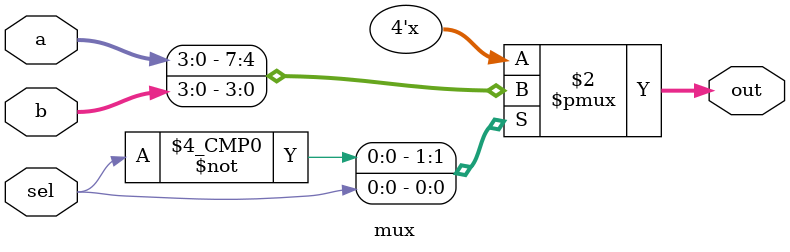
<source format=v>
module mux(sel,a,b,out);
input [3:0] a, b;
input sel;

//-----------Output Ports---------------
output reg [3:0] out;
//------------Internal Variables--------
//-------------Code Start-----------------
always @(*)
begin
	case(sel)
	 1'b0 : out <= a;//
	 1'b1 : out <= b;//
	endcase
end
//-------------Code End-----------------
endmodule

</source>
